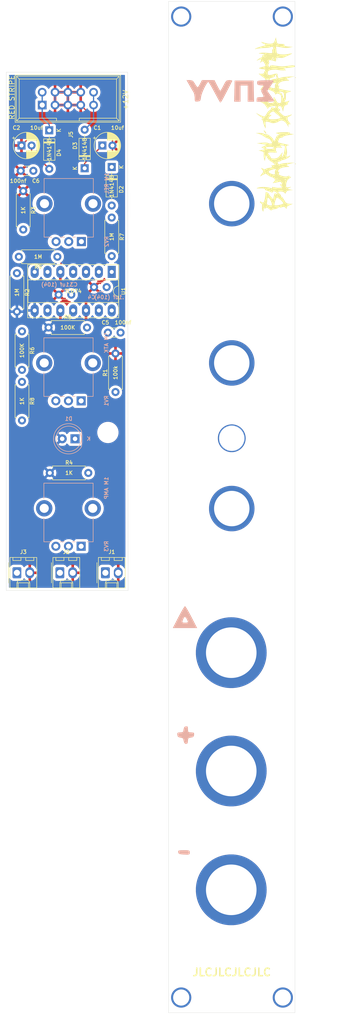
<source format=kicad_pcb>
(kicad_pcb (version 20171130) (host pcbnew "(5.1.12-1-10_14)")
  (layers (0 F.Cu signal) (31 B.Cu signal) (34 B.Paste user) (35 F.Paste user) (36 B.SilkS user) (37 F.SilkS user) (38 B.Mask user) (39 F.Mask user) (44 Edge.Cuts user))
  (net 0 "")
  (net 1 "Net-(C1-Pad1)")
  (net 2 "Net-(C2-Pad2)")
  (net 3 GND)
  (net 4 "Net-(D4-Pad1)")
  (net 5 "Net-(C5-Pad1)")
  (net 6 "Net-(C5-Pad2)")
  (net 7 "Net-(D1-Pad1)")
  (net 8 "Net-(D1-Pad2)")
  (net 9 "Net-(D3-Pad2)")
  (net 10 "Net-(J2-Pad1)")
  (net 11 "Net-(J3-Pad1)")
  (net 12 "Net-(R5-Pad2)")
  (net 13 "Net-(R6-Pad2)")
  (net 14 "Net-(R7-Pad2)")
  (net 15 "Net-(C6-Pad1)")
  (net 16 "Net-(D2-Pad1)")
  (net 17 "Net-(D2-Pad2)")
  (net 18 "Net-(R2-Pad1)")
  (net 19 "Net-(R9-Pad2)")
  (net 20 "Net-(RV1-Pad1)")
  (module ao_tht:minus (layer B.Cu) (at 103.3 188.4 180)
    (fp_text reference G*** hide)
    (fp_text value LOGO hide)
  )
  (module ao_tht:plus (layer B.Cu) (at 103.3 165.1 180)
    (fp_text reference G*** hide)
    (fp_text value LOGO hide)
  )
  (module ao_tht:a (layer B.Cu) (at 102.8 141.8 180)
    (fp_text reference G*** hide)
    (fp_text value LOGO hide)
  )
  (module ao_panel:Kosmo_LED_Hole (layer F.Cu) (at 112.5 106.4)
    (fp_text reference REF** hide)
    (fp_text value Kosmo_LED_Hole)
    (pad 1 thru_hole circle (at 0 0) (size 5.5 5.5) (drill 5) (layers *.Cu *.Mask))
  )
  (module ao_panel:Kosmo_Pot_Hole (layer F.Cu) (at 112.5 120.3)
    (fp_text reference REF** hide)
    (fp_text value Kosmo_Pot_Hole)
    (pad 1 thru_hole circle (at 0 0) (size 9 9) (drill 7) (layers *.Cu *.Mask))
  )
  (module ao_tht:envy (layer B.Cu) (at 112.1 37.7 180)
    (fp_text reference G*** hide)
    (fp_text value LOGO hide)
  )
  (module ao_tht:D_DO-35_SOD27_P7.62mm_Horizontal (layer F.Cu) (at 76.4 45.5 270)
    (fp_text reference D4 (at 4.445 -1.905 90) (layer F.SilkS) (effects (font (size 0.75 0.75))))
    (fp_text value 1N4148)
    (fp_text user %V (at 3.81 0 90) (layer F.SilkS) (effects (font (size 0.75 0.75))))
    (fp_text user K (at 0 -1.905 90) (layer F.SilkS) (effects (font (size 0.75 0.75))))
    (pad 1 thru_hole rect (at 0 0 270) (size 1.6 1.6) (drill 0.8) (layers *.Cu *.Mask) (net 4 "Net-(D4-Pad1)"))
    (pad 2 thru_hole oval (at 7.62 0 270) (size 1.6 1.6) (drill 0.8) (layers *.Cu *.Mask) (net 2 "Net-(C2-Pad2)"))
  )
  (module ao_tht:D_DO-35_SOD27_P7.62mm_Horizontal (layer F.Cu) (at 83.4 53 90)
    (fp_text reference D3 (at 4.445 -1.905 90) (layer F.SilkS) (effects (font (size 0.75 0.75))))
    (fp_text value 1N4148)
    (fp_text user K (at 0 -1.905 90) (layer F.SilkS) (effects (font (size 0.75 0.75))))
    (fp_text user %V (at 3.81 0 90) (layer F.SilkS) (effects (font (size 0.75 0.75))))
    (pad 2 thru_hole oval (at 7.62 0 90) (size 1.6 1.6) (drill 0.8) (layers *.Cu *.Mask) (net 9 "Net-(D3-Pad2)"))
    (pad 1 thru_hole rect (at 0 0 90) (size 1.6 1.6) (drill 0.8) (layers *.Cu *.Mask) (net 1 "Net-(C1-Pad1)"))
  )
  (module ao_tht:CP_Radial_D5.0mm_P2.00mm (layer F.Cu) (at 70.9 48.5)
    (fp_text reference C2 (at -1 -3.5) (layer F.SilkS) (effects (font (size 0.75 0.75))))
    (fp_text value 10uf)
    (fp_text user %V (at 3 -3.5) (layer F.SilkS) (effects (font (size 0.75 0.75))))
    (pad 1 thru_hole rect (at 0 0) (size 1.6 1.6) (drill 0.8) (layers *.Cu *.Mask) (net 3 GND))
    (pad 2 thru_hole circle (at 2 0) (size 1.6 1.6) (drill 0.8) (layers *.Cu *.Mask) (net 2 "Net-(C2-Pad2)"))
  )
  (module ao_tht:CP_Radial_D5.0mm_P2.00mm (layer F.Cu) (at 86.9 48.5)
    (fp_text reference C1 (at -1 -3.5) (layer F.SilkS) (effects (font (size 0.75 0.75))))
    (fp_text value 10uf)
    (fp_text user %V (at 3 -3.5) (layer F.SilkS) (effects (font (size 0.75 0.75))))
    (pad 2 thru_hole circle (at 2 0) (size 1.6 1.6) (drill 0.8) (layers *.Cu *.Mask) (net 3 GND))
    (pad 1 thru_hole rect (at 0 0) (size 1.6 1.6) (drill 0.8) (layers *.Cu *.Mask) (net 1 "Net-(C1-Pad1)"))
  )
  (module ao_tht:BD3 (layer F.Cu) (at 121.1 44.4 90)
    (fp_text reference G*** hide)
    (fp_text value LOGO hide)
  )
  (module ao_panel:Kosmo_Pot_Hole (layer F.Cu) (at 112.5 91.5)
    (fp_text reference REF** hide)
    (fp_text value Kosmo_Pot_Hole)
    (pad 1 thru_hole circle (at 0 0) (size 9 9) (drill 7) (layers *.Cu *.Mask))
  )
  (module ao_panel:Kosmo_Pot_Hole (layer F.Cu) (at 112.5 60)
    (fp_text reference REF** hide)
    (fp_text value Kosmo_Pot_Hole)
    (pad 1 thru_hole circle (at 0 0) (size 9 9) (drill 7) (layers *.Cu *.Mask))
  )
  (module ao_panel:Kosmo_Panel_Dual_Mounting_Holes (layer F.Cu) (at 122.6 217)
    (fp_text reference REF** hide)
    (fp_text value Kosmo_Panel_Dual_Mounting_Holes)
    (pad 1 thru_hole circle (at 0 -194) (size 4 4) (drill 3.2) (layers *.Cu *.Mask))
    (pad 1 thru_hole circle (at 0 0) (size 4 4) (drill 3.2) (layers *.Cu *.Mask))
  )
  (module ao_panel:Kosmo_Panel_Dual_Mounting_Holes (layer F.Cu) (at 102.5 217)
    (fp_text reference REF** hide)
    (fp_text value Kosmo_Panel_Dual_Mounting_Holes)
    (pad 1 thru_hole circle (at 0 -194) (size 4 4) (drill 3.2) (layers *.Cu *.Mask))
    (pad 1 thru_hole circle (at 0 0) (size 4 4) (drill 3.2) (layers *.Cu *.Mask))
  )
  (module ao_panel:Kosmo_Jack_Hole (layer F.Cu) (at 112.4 148.8)
    (fp_text reference REF** hide)
    (fp_text value Kosmo_Jack_Hole)
    (pad 1 thru_hole circle (at 0 0) (size 14 14) (drill 10) (layers *.Cu *.Mask))
  )
  (module ao_panel:Kosmo_Jack_Hole (layer F.Cu) (at 112.4 172.2)
    (fp_text reference REF** hide)
    (fp_text value Kosmo_Jack_Hole)
    (pad 1 thru_hole circle (at 0 0) (size 14 14) (drill 10) (layers *.Cu *.Mask))
  )
  (module ao_panel:Kosmo_Jack_Hole (layer F.Cu) (at 112.4 195.7)
    (fp_text reference REF** hide)
    (fp_text value Kosmo_Jack_Hole)
    (pad 1 thru_hole circle (at 0 0) (size 14 14) (drill 10) (layers *.Cu *.Mask))
  )
  (module ao_tht:Power_Header (layer F.Cu) (at 75 40.5 90)
    (fp_text reference J5 (at -5.85 5.67 90) (layer F.SilkS) (effects (font (size 0.75 0.75))))
    (fp_text value Synth_power_2x5)
    (fp_text user +12V (at 1 16.5 90) (layer F.SilkS))
    (fp_text user "RED STRIPE" (at 1.5 -6 90) (layer F.SilkS))
    (pad 1 thru_hole rect (at 0 0 90) (size 1.7272 1.7272) (drill 1.016) (layers *.Cu *.Mask) (net 4 "Net-(D4-Pad1)"))
    (pad 2 thru_hole oval (at 2.54 0 90) (size 1.7272 1.7272) (drill 1.016) (layers *.Cu *.Mask) (net 4 "Net-(D4-Pad1)"))
    (pad 3 thru_hole oval (at 0 2.54 90) (size 1.7272 1.7272) (drill 1.016) (layers *.Cu *.Mask) (net 3 GND))
    (pad 4 thru_hole oval (at 2.54 2.54 90) (size 1.7272 1.7272) (drill 1.016) (layers *.Cu *.Mask) (net 3 GND))
    (pad 5 thru_hole oval (at 0 5.08 90) (size 1.7272 1.7272) (drill 1.016) (layers *.Cu *.Mask) (net 3 GND))
    (pad 6 thru_hole oval (at 2.54 5.08 90) (size 1.7272 1.7272) (drill 1.016) (layers *.Cu *.Mask) (net 3 GND))
    (pad 7 thru_hole oval (at 0 7.62 90) (size 1.7272 1.7272) (drill 1.016) (layers *.Cu *.Mask) (net 3 GND))
    (pad 8 thru_hole oval (at 2.54 7.62 90) (size 1.7272 1.7272) (drill 1.016) (layers *.Cu *.Mask) (net 3 GND))
    (pad 9 thru_hole oval (at 0 10.16 90) (size 1.7272 1.7272) (drill 1.016) (layers *.Cu *.Mask) (net 9 "Net-(D3-Pad2)"))
    (pad 10 thru_hole oval (at 2.54 10.16 90) (size 1.7272 1.7272) (drill 1.016) (layers *.Cu *.Mask) (net 9 "Net-(D3-Pad2)"))
  )
  (module ao_tht:Potentiometer_Alpha_RD901F-40-00D_Single_Vertical_CircularHoles_centered (layer B.Cu) (at 80.2 120.25 90)
    (fp_text reference RV3 (at -7.5 7.5 90) (layer B.SilkS) (effects (font (size 0.75 0.75)) (justify mirror)))
    (fp_text value "1M AMP")
    (fp_text user %V (at 4 7.5 270) (layer B.SilkS) (effects (font (size 0.75 0.75)) (justify mirror)))
    (pad 1 thru_hole rect (at -7.5 2.5) (size 1.8 1.8) (drill 1) (layers *.Cu *.Mask) (net 18 "Net-(R2-Pad1)"))
    (pad 2 thru_hole circle (at -7.5 0) (size 1.8 1.8) (drill 1) (layers *.Cu *.Mask) (net 18 "Net-(R2-Pad1)"))
    (pad 3 thru_hole circle (at -7.5 -2.5) (size 1.8 1.8) (drill 1) (layers *.Cu *.Mask) (net 19 "Net-(R9-Pad2)"))
    (pad "" thru_hole circle (at 0 -4.8) (size 3.24 3.24) (drill 1.8) (layers *.Cu *.Mask))
    (pad "" thru_hole circle (at 0 4.8) (size 3.24 3.24) (drill 1.8) (layers *.Cu *.Mask))
  )
  (module ao_tht:Potentiometer_Alpha_RD901F-40-00D_Single_Vertical_CircularHoles_centered (layer B.Cu) (at 80.2 91.5 90)
    (fp_text reference RV1 (at -7.5 7.5 90) (layer B.SilkS) (effects (font (size 0.75 0.75)) (justify mirror)))
    (fp_text value "1M ATK")
    (fp_text user %V (at 4 7.5 270) (layer B.SilkS) (effects (font (size 0.75 0.75)) (justify mirror)))
    (pad 1 thru_hole rect (at -7.5 2.5) (size 1.8 1.8) (drill 1) (layers *.Cu *.Mask) (net 20 "Net-(RV1-Pad1)"))
    (pad 2 thru_hole circle (at -7.5 0) (size 1.8 1.8) (drill 1) (layers *.Cu *.Mask) (net 17 "Net-(D2-Pad2)"))
    (pad 3 thru_hole circle (at -7.5 -2.5) (size 1.8 1.8) (drill 1) (layers *.Cu *.Mask) (net 17 "Net-(D2-Pad2)"))
    (pad "" thru_hole circle (at 0 -4.8) (size 3.24 3.24) (drill 1.8) (layers *.Cu *.Mask))
    (pad "" thru_hole circle (at 0 4.8) (size 3.24 3.24) (drill 1.8) (layers *.Cu *.Mask))
  )
  (module ao_tht:Potentiometer_Alpha_RD901F-40-00D_Single_Vertical_CircularHoles_centered (layer B.Cu) (at 80.25 60 90)
    (fp_text reference RV2 (at -7.5 7.5 90) (layer B.SilkS) (effects (font (size 0.75 0.75)) (justify mirror)))
    (fp_text value "1M REL")
    (fp_text user %V (at 4 7.5 270) (layer B.SilkS) (effects (font (size 0.75 0.75)) (justify mirror)))
    (pad "" thru_hole circle (at 0 4.8) (size 3.24 3.24) (drill 1.8) (layers *.Cu *.Mask))
    (pad "" thru_hole circle (at 0 -4.8) (size 3.24 3.24) (drill 1.8) (layers *.Cu *.Mask))
    (pad 3 thru_hole circle (at -7.5 -2.5) (size 1.8 1.8) (drill 1) (layers *.Cu *.Mask) (net 15 "Net-(C6-Pad1)"))
    (pad 2 thru_hole circle (at -7.5 0) (size 1.8 1.8) (drill 1) (layers *.Cu *.Mask) (net 16 "Net-(D2-Pad1)"))
    (pad 1 thru_hole rect (at -7.5 2.5) (size 1.8 1.8) (drill 1) (layers *.Cu *.Mask) (net 16 "Net-(D2-Pad1)"))
  )
  (module ao_tht:C_Disc_D3.0mm_W1.6mm_P2.50mm (layer B.Cu) (at 80.75 78 180)
    (fp_text reference C3 (at -0.5 2) (layer B.SilkS) (effects (font (size 0.75 0.75)) (justify mirror)))
    (fp_text value ".1uf (104)")
    (fp_text user %V (at 3 2) (layer B.SilkS) (effects (font (size 0.75 0.75)) (justify mirror)))
    (pad 1 thru_hole circle (at 0 0 180) (size 1.6 1.6) (drill 0.8) (layers *.Cu *.Mask) (net 1 "Net-(C1-Pad1)"))
    (pad 2 thru_hole circle (at 2.5 0 180) (size 1.6 1.6) (drill 0.8) (layers *.Cu *.Mask) (net 3 GND))
  )
  (module ao_tht:C_Disc_D3.0mm_W1.6mm_P2.50mm (layer B.Cu) (at 85.25 76.5)
    (fp_text reference C4 (at -0.5 2) (layer B.SilkS) (effects (font (size 0.75 0.75)) (justify mirror)))
    (fp_text value ".1uf (104)")
    (fp_text user %V (at 3 2) (layer B.SilkS) (effects (font (size 0.75 0.75)) (justify mirror)))
    (pad 2 thru_hole circle (at 2.5 0) (size 1.6 1.6) (drill 0.8) (layers *.Cu *.Mask) (net 2 "Net-(C2-Pad2)"))
    (pad 1 thru_hole circle (at 0 0) (size 1.6 1.6) (drill 0.8) (layers *.Cu *.Mask) (net 3 GND))
  )
  (module ao_tht:C_Disc_D3.0mm_W1.6mm_P2.50mm (layer F.Cu) (at 88 85.5)
    (fp_text reference C5 (at -0.5 -2) (layer F.SilkS) (effects (font (size 0.75 0.75))))
    (fp_text value 100nf)
    (fp_text user %V (at 3 -2) (layer F.SilkS) (effects (font (size 0.75 0.75))))
    (pad 1 thru_hole circle (at 0 0) (size 1.6 1.6) (drill 0.8) (layers *.Cu *.Mask) (net 5 "Net-(C5-Pad1)"))
    (pad 2 thru_hole circle (at 2.5 0) (size 1.6 1.6) (drill 0.8) (layers *.Cu *.Mask) (net 6 "Net-(C5-Pad2)"))
  )
  (module ao_tht:C_Disc_D3.0mm_W1.6mm_P2.50mm (layer F.Cu) (at 73.25 53.5 180)
    (fp_text reference C6 (at -0.5 -2) (layer F.SilkS) (effects (font (size 0.75 0.75))))
    (fp_text value 100nf)
    (fp_text user %V (at 3 -2) (layer F.SilkS) (effects (font (size 0.75 0.75))))
    (pad 2 thru_hole circle (at 2.5 0 180) (size 1.6 1.6) (drill 0.8) (layers *.Cu *.Mask) (net 3 GND))
    (pad 1 thru_hole circle (at 0 0 180) (size 1.6 1.6) (drill 0.8) (layers *.Cu *.Mask) (net 15 "Net-(C6-Pad1)"))
  )
  (module ao_tht:LED_D5.0mm (layer B.Cu) (at 81.5 106.5 180)
    (fp_text reference D1 (at 1.27 3.96) (layer B.SilkS) (effects (font (size 0.75 0.75)) (justify mirror)))
    (fp_text value LED)
    (fp_text user K (at -2.7 0) (layer B.SilkS) (effects (font (size 0.75 0.75)) (justify mirror)))
    (pad 1 thru_hole rect (at 0 0 180) (size 1.8 1.8) (drill 0.9) (layers *.Cu *.Mask) (net 7 "Net-(D1-Pad1)"))
    (pad 2 thru_hole circle (at 2.54 0 180) (size 1.8 1.8) (drill 0.9) (layers *.Cu *.Mask) (net 8 "Net-(D1-Pad2)"))
  )
  (module ao_tht:D_DO-35_SOD27_P7.62mm_Horizontal (layer F.Cu) (at 88.75 52.75 270)
    (fp_text reference D2 (at 4.445 -1.905 90) (layer F.SilkS) (effects (font (size 0.75 0.75))))
    (fp_text value 1N4148)
    (fp_text user %V (at 3.81 0 90) (layer F.SilkS) (effects (font (size 0.75 0.75))))
    (fp_text user K (at 0 -1.905 90) (layer F.SilkS) (effects (font (size 0.75 0.75))))
    (pad 1 thru_hole rect (at 0 0 270) (size 1.6 1.6) (drill 0.8) (layers *.Cu *.Mask) (net 16 "Net-(D2-Pad1)"))
    (pad 2 thru_hole oval (at 7.62 0 270) (size 1.6 1.6) (drill 0.8) (layers *.Cu *.Mask) (net 17 "Net-(D2-Pad2)"))
  )
  (module ao_tht:MountingHole_3.2mm_M3 (layer F.Cu) (at 88 105.25)
    (fp_text reference H1 hide)
    (fp_text value MountingHole)
    (pad 1 np_thru_hole circle (at 0 0) (size 3.2 3.2) (drill 3.2) (layers *.Cu *.Mask))
  )
  (module ao_tht:Molex_KK-254_AE-6410-02A_1x02_P2.54mm_Vertical (layer F.Cu) (at 87.5 133)
    (fp_text reference J1 (at 1.27 -4.12) (layer F.SilkS) (effects (font (size 0.75 0.75))))
    (fp_text value CV)
    (pad 1 thru_hole roundrect (at 0 0) (size 1.74 2.2) (drill 1.2) (layers *.Cu *.Mask) (roundrect_rratio 0.143678) (net 6 "Net-(C5-Pad2)"))
    (pad 2 thru_hole oval (at 2.54 0) (size 1.74 2.2) (drill 1.2) (layers *.Cu *.Mask) (net 3 GND))
  )
  (module ao_tht:Molex_KK-254_AE-6410-02A_1x02_P2.54mm_Vertical (layer F.Cu) (at 78.5 133)
    (fp_text reference J2 (at 1.27 -4.12) (layer F.SilkS) (effects (font (size 0.75 0.75))))
    (fp_text value OUT)
    (pad 2 thru_hole oval (at 2.54 0) (size 1.74 2.2) (drill 1.2) (layers *.Cu *.Mask) (net 3 GND))
    (pad 1 thru_hole roundrect (at 0 0) (size 1.74 2.2) (drill 1.2) (layers *.Cu *.Mask) (roundrect_rratio 0.143678) (net 10 "Net-(J2-Pad1)"))
  )
  (module ao_tht:Molex_KK-254_AE-6410-02A_1x02_P2.54mm_Vertical (layer F.Cu) (at 70 133)
    (fp_text reference J3 (at 1.27 -4.12) (layer F.SilkS) (effects (font (size 0.75 0.75))))
    (fp_text value INVOUT)
    (pad 1 thru_hole roundrect (at 0 0) (size 1.74 2.2) (drill 1.2) (layers *.Cu *.Mask) (roundrect_rratio 0.143678) (net 11 "Net-(J3-Pad1)"))
    (pad 2 thru_hole oval (at 2.54 0) (size 1.74 2.2) (drill 1.2) (layers *.Cu *.Mask) (net 3 GND))
  )
  (module ao_tht:R_Axial_DIN0207_L6.3mm_D2.5mm_P7.62mm_Horizontal (layer F.Cu) (at 89.5 97.25 90)
    (fp_text reference R1 (at 3.81 -2.032 90) (layer F.SilkS) (effects (font (size 0.75 0.75))))
    (fp_text value 100k (at 3.81 0 90) (layer F.SilkS) (effects (font (size 0.75 0.75))))
    (pad 1 thru_hole circle (at 0 0 90) (size 1.6 1.6) (drill 0.8) (layers *.Cu *.Mask) (net 5 "Net-(C5-Pad1)"))
    (pad 2 thru_hole oval (at 7.62 0 90) (size 1.6 1.6) (drill 0.8) (layers *.Cu *.Mask) (net 3 GND))
  )
  (module ao_tht:R_Axial_DIN0207_L6.3mm_D2.5mm_P7.62mm_Horizontal (layer F.Cu) (at 70 73.75 270)
    (fp_text reference R2 (at 3.81 -2.032 90) (layer F.SilkS) (effects (font (size 0.75 0.75))))
    (fp_text value 1M (at 3.81 0 90) (layer F.SilkS) (effects (font (size 0.75 0.75))))
    (pad 2 thru_hole oval (at 7.62 0 270) (size 1.6 1.6) (drill 0.8) (layers *.Cu *.Mask) (net 8 "Net-(D1-Pad2)"))
    (pad 1 thru_hole circle (at 0 0 270) (size 1.6 1.6) (drill 0.8) (layers *.Cu *.Mask) (net 18 "Net-(R2-Pad1)"))
  )
  (module ao_tht:R_Axial_DIN0207_L6.3mm_D2.5mm_P7.62mm_Horizontal (layer F.Cu) (at 71.25 57.5 270)
    (fp_text reference R3 (at 3.81 -2.032 90) (layer F.SilkS) (effects (font (size 0.75 0.75))))
    (fp_text value 1K (at 3.81 0 90) (layer F.SilkS) (effects (font (size 0.75 0.75))))
    (pad 2 thru_hole oval (at 7.62 0 270) (size 1.6 1.6) (drill 0.8) (layers *.Cu *.Mask) (net 7 "Net-(D1-Pad1)"))
    (pad 1 thru_hole circle (at 0 0 270) (size 1.6 1.6) (drill 0.8) (layers *.Cu *.Mask) (net 3 GND))
  )
  (module ao_tht:R_Axial_DIN0207_L6.3mm_D2.5mm_P7.62mm_Horizontal (layer F.Cu) (at 76.5 113.25)
    (fp_text reference R4 (at 3.81 -2.032) (layer F.SilkS) (effects (font (size 0.75 0.75))))
    (fp_text value 1K (at 3.81 0) (layer F.SilkS) (effects (font (size 0.75 0.75))))
    (pad 1 thru_hole circle (at 0 0) (size 1.6 1.6) (drill 0.8) (layers *.Cu *.Mask) (net 8 "Net-(D1-Pad2)"))
    (pad 2 thru_hole oval (at 7.62 0) (size 1.6 1.6) (drill 0.8) (layers *.Cu *.Mask) (net 10 "Net-(J2-Pad1)"))
  )
  (module ao_tht:R_Axial_DIN0207_L6.3mm_D2.5mm_P7.62mm_Horizontal (layer F.Cu) (at 76.25 84.5)
    (fp_text reference R5 (at 3.81 -2.032) (layer F.SilkS) (effects (font (size 0.75 0.75))))
    (fp_text value 100K (at 3.81 0) (layer F.SilkS) (effects (font (size 0.75 0.75))))
    (pad 1 thru_hole circle (at 0 0) (size 1.6 1.6) (drill 0.8) (layers *.Cu *.Mask) (net 8 "Net-(D1-Pad2)"))
    (pad 2 thru_hole oval (at 7.62 0) (size 1.6 1.6) (drill 0.8) (layers *.Cu *.Mask) (net 12 "Net-(R5-Pad2)"))
  )
  (module ao_tht:R_Axial_DIN0207_L6.3mm_D2.5mm_P7.62mm_Horizontal (layer F.Cu) (at 71 85.25 270)
    (fp_text reference R6 (at 3.81 -2.032 90) (layer F.SilkS) (effects (font (size 0.75 0.75))))
    (fp_text value 100K (at 3.81 0 90) (layer F.SilkS) (effects (font (size 0.75 0.75))))
    (pad 2 thru_hole oval (at 7.62 0 270) (size 1.6 1.6) (drill 0.8) (layers *.Cu *.Mask) (net 13 "Net-(R6-Pad2)"))
    (pad 1 thru_hole circle (at 0 0 270) (size 1.6 1.6) (drill 0.8) (layers *.Cu *.Mask) (net 12 "Net-(R5-Pad2)"))
  )
  (module ao_tht:R_Axial_DIN0207_L6.3mm_D2.5mm_P7.62mm_Horizontal (layer F.Cu) (at 88.75 62.75 270)
    (fp_text reference R7 (at 3.81 -2.032 90) (layer F.SilkS) (effects (font (size 0.75 0.75))))
    (fp_text value 1M (at 3.81 0 90) (layer F.SilkS) (effects (font (size 0.75 0.75))))
    (pad 2 thru_hole oval (at 7.62 0 270) (size 1.6 1.6) (drill 0.8) (layers *.Cu *.Mask) (net 14 "Net-(R7-Pad2)"))
    (pad 1 thru_hole circle (at 0 0 270) (size 1.6 1.6) (drill 0.8) (layers *.Cu *.Mask) (net 16 "Net-(D2-Pad1)"))
  )
  (module ao_tht:R_Axial_DIN0207_L6.3mm_D2.5mm_P7.62mm_Horizontal (layer F.Cu) (at 71 95.25 270)
    (fp_text reference R8 (at 3.81 -2.032 90) (layer F.SilkS) (effects (font (size 0.75 0.75))))
    (fp_text value 1K (at 3.81 0 90) (layer F.SilkS) (effects (font (size 0.75 0.75))))
    (pad 1 thru_hole circle (at 0 0 270) (size 1.6 1.6) (drill 0.8) (layers *.Cu *.Mask) (net 13 "Net-(R6-Pad2)"))
    (pad 2 thru_hole oval (at 7.62 0 270) (size 1.6 1.6) (drill 0.8) (layers *.Cu *.Mask) (net 11 "Net-(J3-Pad1)"))
  )
  (module ao_tht:R_Axial_DIN0207_L6.3mm_D2.5mm_P7.62mm_Horizontal (layer F.Cu) (at 78 70.5 180)
    (fp_text reference R9 (at 3.81 -2.032) (layer F.SilkS) (effects (font (size 0.75 0.75))))
    (fp_text value 1M (at 3.81 0) (layer F.SilkS) (effects (font (size 0.75 0.75))))
    (pad 1 thru_hole circle (at 0 0 180) (size 1.6 1.6) (drill 0.8) (layers *.Cu *.Mask) (net 14 "Net-(R7-Pad2)"))
    (pad 2 thru_hole oval (at 7.62 0 180) (size 1.6 1.6) (drill 0.8) (layers *.Cu *.Mask) (net 19 "Net-(R9-Pad2)"))
  )
  (module ao_tht:DIP-14_W7.62mm_Socket_LongPads (layer F.Cu) (at 88.75 73.5 270)
    (fp_text reference U1 (at 3.81 -2.33 90) (layer F.SilkS) (effects (font (size 0.75 0.75))))
    (fp_text value TL074)
    (fp_text user %V (at 3.81 7.62) (layer F.SilkS) (effects (font (size 0.75 0.75))))
    (pad 1 thru_hole rect (at 0 0 270) (size 2.4 1.6) (drill 0.8) (layers *.Cu *.Mask) (net 20 "Net-(RV1-Pad1)"))
    (pad 8 thru_hole oval (at 7.62 15.24 270) (size 2.4 1.6) (drill 0.8) (layers *.Cu *.Mask) (net 8 "Net-(D1-Pad2)"))
    (pad 2 thru_hole oval (at 0 2.54 270) (size 2.4 1.6) (drill 0.8) (layers *.Cu *.Mask) (net 20 "Net-(RV1-Pad1)"))
    (pad 9 thru_hole oval (at 7.62 12.7 270) (size 2.4 1.6) (drill 0.8) (layers *.Cu *.Mask) (net 18 "Net-(R2-Pad1)"))
    (pad 3 thru_hole oval (at 0 5.08 270) (size 2.4 1.6) (drill 0.8) (layers *.Cu *.Mask) (net 5 "Net-(C5-Pad1)"))
    (pad 10 thru_hole oval (at 7.62 10.16 270) (size 2.4 1.6) (drill 0.8) (layers *.Cu *.Mask) (net 3 GND))
    (pad 4 thru_hole oval (at 0 7.62 270) (size 2.4 1.6) (drill 0.8) (layers *.Cu *.Mask) (net 1 "Net-(C1-Pad1)"))
    (pad 11 thru_hole oval (at 7.62 7.62 270) (size 2.4 1.6) (drill 0.8) (layers *.Cu *.Mask) (net 2 "Net-(C2-Pad2)"))
    (pad 5 thru_hole oval (at 0 10.16 270) (size 2.4 1.6) (drill 0.8) (layers *.Cu *.Mask) (net 3 GND))
    (pad 12 thru_hole oval (at 7.62 5.08 270) (size 2.4 1.6) (drill 0.8) (layers *.Cu *.Mask) (net 3 GND))
    (pad 6 thru_hole oval (at 0 12.7 270) (size 2.4 1.6) (drill 0.8) (layers *.Cu *.Mask) (net 14 "Net-(R7-Pad2)"))
    (pad 13 thru_hole oval (at 7.62 2.54 270) (size 2.4 1.6) (drill 0.8) (layers *.Cu *.Mask) (net 12 "Net-(R5-Pad2)"))
    (pad 7 thru_hole oval (at 0 15.24 270) (size 2.4 1.6) (drill 0.8) (layers *.Cu *.Mask) (net 19 "Net-(R9-Pad2)"))
    (pad 14 thru_hole oval (at 7.62 0 270) (size 2.4 1.6) (drill 0.8) (layers *.Cu *.Mask) (net 13 "Net-(R6-Pad2)"))
  )
  (gr_text JLCJLCJLCJLC (at 112.5 212) (layer F.SilkS) (effects (font (size 1.5 1.5) (thickness 0.3))))
  (gr_line (start 67.9 34) (end 67.9 136.5) (layer Edge.Cuts) (width 0.05))
  (gr_line (start 67.9 136.5) (end 92 136.5) (layer Edge.Cuts) (width 0.05))
  (gr_line (start 92 136.5) (end 91.9 34) (layer Edge.Cuts) (width 0.05))
  (gr_line (start 91.9 34) (end 67.9 34) (layer Edge.Cuts) (width 0.05))
  (gr_line (start 125 20) (end 100 20) (layer Edge.Cuts) (width 0.05))
  (gr_line (start 125 220) (end 125 20) (layer Edge.Cuts) (width 0.05))
  (gr_line (start 100 220) (end 125 220) (layer Edge.Cuts) (width 0.05))
  (gr_line (start 100 20) (end 100 220) (layer Edge.Cuts) (width 0.05))
  (segment (start 83.4 52) (end 86.9 48.5) (width 0.25) (layer F.Cu) (net 1))
  (segment (start 83.4 53) (end 83.4 52) (width 0.25) (layer F.Cu) (net 1))
  (segment (start 72.9 49.62) (end 72.9 48.5) (width 0.25) (layer F.Cu) (net 2))
  (segment (start 76.4 53.12) (end 72.9 49.62) (width 0.25) (layer F.Cu) (net 2))
  (segment (start 77.54 41.86) (end 70.9 48.5) (width 0.25) (layer F.Cu) (net 3))
  (segment (start 77.54 40.5) (end 77.54 41.86) (width 0.25) (layer F.Cu) (net 3))
  (segment (start 88.9 46.78) (end 88.9 48.5) (width 0.25) (layer F.Cu) (net 3))
  (segment (start 82.62 40.5) (end 88.9 46.78) (width 0.25) (layer F.Cu) (net 3))
  (segment (start 88.9 49.63137) (end 86.5 52.03137) (width 0.25) (layer F.Cu) (net 3))
  (segment (start 88.9 48.5) (end 88.9 49.63137) (width 0.25) (layer F.Cu) (net 3))
  (segment (start 77.54 40.5) (end 77.54 37.96) (width 0.25) (layer B.Cu) (net 3))
  (segment (start 77.54 37.96) (end 80.08 37.96) (width 0.25) (layer B.Cu) (net 3))
  (segment (start 80.08 37.96) (end 82.62 37.96) (width 0.25) (layer B.Cu) (net 3))
  (segment (start 82.62 40.5) (end 80.08 40.5) (width 0.25) (layer B.Cu) (net 3))
  (segment (start 80.08 40.5) (end 77.54 40.5) (width 0.25) (layer B.Cu) (net 3))
  (segment (start 80.08 37.96) (end 80.08 40.5) (width 0.25) (layer B.Cu) (net 3))
  (segment (start 76.4 45.5) (end 76.4 44.4) (width 0.25) (layer B.Cu) (net 4))
  (segment (start 75 43) (end 75 40.5) (width 0.25) (layer B.Cu) (net 4))
  (segment (start 76.4 44.4) (end 75 43) (width 0.25) (layer B.Cu) (net 4))
  (segment (start 75 37.96) (end 75 40.5) (width 0.25) (layer B.Cu) (net 4))
  (segment (start 85.16 43.62) (end 83.4 45.38) (width 0.25) (layer B.Cu) (net 9))
  (segment (start 85.16 40.5) (end 85.16 43.62) (width 0.25) (layer B.Cu) (net 9))
  (segment (start 85.16 40.5) (end 85.16 37.96) (width 0.25) (layer B.Cu) (net 9))
  (zone (net 3) (net_name GND) (layer F.Cu) (connect_pads (clearance 0.508)) (min_thickness 0.254) (fill yes (arc_segments 32) (thermal_gap 0.508) (thermal_bridge_width 0.508))
    (polygon (pts (xy 91.75 136) (xy 68.25 136) (xy 68.25 34.5) (xy 91.75 34.5)))
  )
  (zone (net 8) (net_name "Net-(D1-Pad2)") (layer B.Cu) (connect_pads (clearance 0.508)) (min_thickness 0.254) (fill yes (arc_segments 32) (thermal_gap 0.508) (thermal_bridge_width 0.508))
    (polygon (pts (xy 91.75 136) (xy 68.25 136) (xy 68.25 34.5) (xy 91.75 34.5)))
  )
)
</source>
